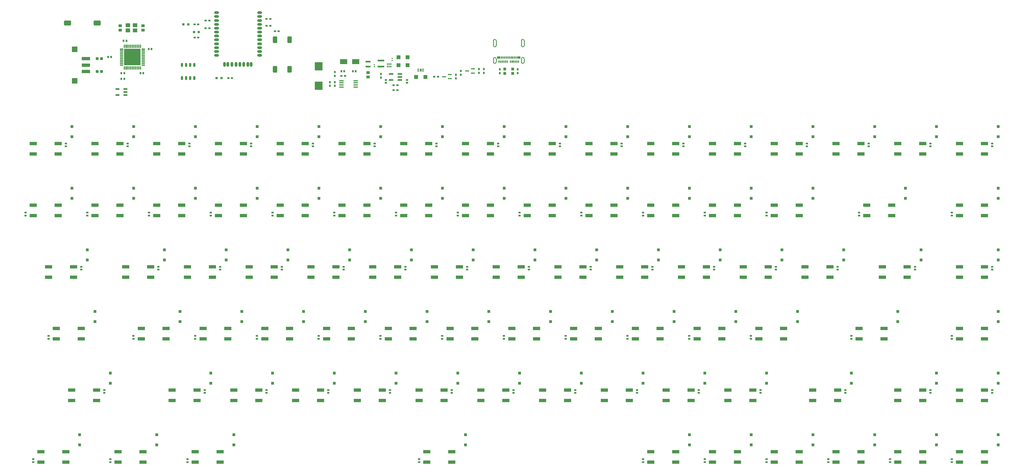
<source format=gbp>
G04*
G04 #@! TF.GenerationSoftware,Altium Limited,Altium Designer,19.0.15 (446)*
G04*
G04 Layer_Color=128*
%FSLAX44Y44*%
%MOMM*%
G71*
G01*
G75*
%ADD12C,0.2500*%
%ADD37R,1.3208X0.5588*%
%ADD38R,2.1804X1.5284*%
%ADD39R,0.3000X0.7000*%
%ADD40R,0.3000X0.4900*%
%ADD41R,0.3000X0.5200*%
G04:AMPARAMS|DCode=42|XSize=1.4mm|YSize=2.1mm|CornerRadius=0.35mm|HoleSize=0mm|Usage=FLASHONLY|Rotation=0.000|XOffset=0mm|YOffset=0mm|HoleType=Round|Shape=RoundedRectangle|*
%AMROUNDEDRECTD42*
21,1,1.4000,1.4000,0,0,0.0*
21,1,0.7000,2.1000,0,0,0.0*
1,1,0.7000,0.3500,-0.7000*
1,1,0.7000,-0.3500,-0.7000*
1,1,0.7000,-0.3500,0.7000*
1,1,0.7000,0.3500,0.7000*
%
%ADD42ROUNDEDRECTD42*%
%ADD43R,0.7500X0.6000*%
%ADD44R,0.8000X0.8000*%
%ADD45O,0.7600X1.2700*%
%ADD46O,1.5000X0.8000*%
%ADD47O,0.8000X1.5000*%
%ADD48R,1.2100X0.5900*%
%ADD49R,0.6000X0.6400*%
%ADD50R,1.0000X0.9000*%
%ADD51R,1.4000X1.2000*%
%ADD52R,5.0800X5.0800*%
%ADD53R,1.0000X0.3000*%
%ADD54R,0.3000X1.0000*%
%ADD55R,0.8500X0.9500*%
%ADD56R,2.5500X1.0000*%
%ADD57R,1.7000X1.7000*%
G04:AMPARAMS|DCode=58|XSize=1.6mm|YSize=2.19mm|CornerRadius=0.4mm|HoleSize=0mm|Usage=FLASHONLY|Rotation=270.000|XOffset=0mm|YOffset=0mm|HoleType=Round|Shape=RoundedRectangle|*
%AMROUNDEDRECTD58*
21,1,1.6000,1.3900,0,0,270.0*
21,1,0.8000,2.1900,0,0,270.0*
1,1,0.8000,-0.6950,-0.4000*
1,1,0.8000,-0.6950,0.4000*
1,1,0.8000,0.6950,0.4000*
1,1,0.8000,0.6950,-0.4000*
%
%ADD58ROUNDEDRECTD58*%
%ADD59R,0.3500X0.4000*%
%ADD60R,0.6000X0.7500*%
%ADD61R,1.6000X0.5000*%
%ADD62R,2.4500X2.5500*%
%ADD63R,1.3716X0.4572*%
%ADD64R,2.0000X0.6000*%
%ADD65R,1.1684X0.4572*%
%ADD66R,0.6400X0.6000*%
%ADD67R,1.2000X1.2000*%
%ADD68R,1.2000X1.2000*%
%ADD69R,0.5000X0.8100*%
%ADD70R,0.5500X0.3000*%
%ADD71R,0.1000X0.2000*%
%ADD72R,1.0000X0.7000*%
%ADD73R,0.9500X0.8500*%
%ADD74R,2.3000X1.0000*%
%ADD75R,0.9500X0.9000*%
D12*
X1662450Y1428250D02*
G03*
X1658200Y1424000I0J-4250D01*
G01*
X1666700D02*
G03*
X1662450Y1428250I-4250J0D01*
G01*
Y1404750D02*
G03*
X1666700Y1409000I0J4250D01*
G01*
X1658200D02*
G03*
X1662450Y1404750I4250J0D01*
G01*
X1576050Y1428250D02*
G03*
X1571800Y1424000I0J-4250D01*
G01*
X1580300D02*
G03*
X1576050Y1428250I-4250J0D01*
G01*
Y1404750D02*
G03*
X1580300Y1409000I0J4250D01*
G01*
X1571800D02*
G03*
X1576050Y1404750I4250J0D01*
G01*
X1662450Y1372150D02*
G03*
X1658200Y1367900I0J-4250D01*
G01*
X1666700D02*
G03*
X1662450Y1372150I-4250J0D01*
G01*
Y1353650D02*
G03*
X1666700Y1357900I0J4250D01*
G01*
X1658200D02*
G03*
X1662450Y1353650I4250J0D01*
G01*
X1576050Y1372150D02*
G03*
X1571800Y1367900I0J-4250D01*
G01*
X1580300D02*
G03*
X1576050Y1372150I-4250J0D01*
G01*
Y1353650D02*
G03*
X1580300Y1357900I0J4250D01*
G01*
X1571800D02*
G03*
X1576050Y1353650I4250J0D01*
G01*
X1658200Y1409000D02*
Y1424000D01*
X1666700Y1409000D02*
Y1424000D01*
X1571800Y1409000D02*
Y1424000D01*
X1580300Y1409000D02*
Y1424000D01*
X1658200Y1357900D02*
Y1367900D01*
X1666700Y1357900D02*
Y1367900D01*
X1571800Y1357900D02*
Y1367900D01*
X1580300Y1357900D02*
Y1367900D01*
D37*
X1283716Y1321448D02*
D03*
Y1312050D02*
D03*
Y1302652D02*
D03*
X1256284D02*
D03*
Y1321448D02*
D03*
D38*
X1110000Y1358900D02*
D03*
X1147144D02*
D03*
D39*
X1614250Y1358800D02*
D03*
X1624250D02*
D03*
X1621750Y1371800D02*
D03*
X1616750D02*
D03*
X1596750D02*
D03*
X1601750D02*
D03*
X1606750D02*
D03*
X1611750D02*
D03*
X1626750D02*
D03*
X1631750D02*
D03*
X1636750D02*
D03*
X1641750D02*
D03*
X1649250Y1358800D02*
D03*
X1644250D02*
D03*
X1639250D02*
D03*
X1634250D02*
D03*
X1629250D02*
D03*
X1609250D02*
D03*
X1604250D02*
D03*
X1599250D02*
D03*
X1594250D02*
D03*
X1589250D02*
D03*
D40*
X1245000Y1343900D02*
D03*
X1250000D02*
D03*
X1255000D02*
D03*
Y1351599D02*
D03*
X1250000D02*
D03*
D41*
X1245000D02*
D03*
D42*
X943000Y1335500D02*
D03*
X898000D02*
D03*
Y1426500D02*
D03*
X943000D02*
D03*
D43*
X898000Y1453500D02*
D03*
X909500D02*
D03*
X649750Y1433500D02*
D03*
X661250D02*
D03*
X649750Y1474500D02*
D03*
X661250D02*
D03*
X684000Y1462500D02*
D03*
X695500D02*
D03*
X684000Y1486500D02*
D03*
X695500D02*
D03*
X754000Y1308000D02*
D03*
X765500D02*
D03*
X883750Y1470000D02*
D03*
X872250D02*
D03*
X883750Y1491000D02*
D03*
X872250D02*
D03*
X1114402Y1315250D02*
D03*
X1102902D02*
D03*
X1401000Y1313000D02*
D03*
X1389500D02*
D03*
X1264250Y1286000D02*
D03*
X1275750D02*
D03*
Y1271000D02*
D03*
X1264250D02*
D03*
D44*
X630500Y1474500D02*
D03*
X615500D02*
D03*
X663000Y1450500D02*
D03*
X648000D02*
D03*
X718000Y1308000D02*
D03*
X733000D02*
D03*
D45*
X624150Y1349000D02*
D03*
X611450D02*
D03*
Y1308000D02*
D03*
X624150D02*
D03*
X649550Y1308000D02*
D03*
X636850D02*
D03*
X649550Y1349000D02*
D03*
X636850D02*
D03*
D46*
X850500Y1510500D02*
D03*
Y1498500D02*
D03*
Y1486500D02*
D03*
Y1474500D02*
D03*
Y1462500D02*
D03*
Y1450500D02*
D03*
Y1438500D02*
D03*
Y1426500D02*
D03*
Y1414500D02*
D03*
Y1402500D02*
D03*
Y1390500D02*
D03*
Y1378500D02*
D03*
X717500D02*
D03*
Y1390500D02*
D03*
Y1402500D02*
D03*
Y1414500D02*
D03*
Y1426500D02*
D03*
Y1438500D02*
D03*
Y1450500D02*
D03*
Y1462500D02*
D03*
Y1474500D02*
D03*
Y1486500D02*
D03*
Y1498500D02*
D03*
Y1510500D02*
D03*
D47*
X752500Y1350500D02*
D03*
X814500D02*
D03*
X765500D02*
D03*
X742500D02*
D03*
X789500D02*
D03*
X777500D02*
D03*
X824500D02*
D03*
X801500D02*
D03*
D48*
X437050Y1274500D02*
D03*
Y1265000D02*
D03*
Y1255500D02*
D03*
X411950D02*
D03*
Y1274500D02*
D03*
D49*
X424200Y1306000D02*
D03*
X433000D02*
D03*
X424200Y1323500D02*
D03*
X433000D02*
D03*
X431100Y1423500D02*
D03*
X439900D02*
D03*
X491800Y1323500D02*
D03*
X483000D02*
D03*
X517400Y1398500D02*
D03*
X508600D02*
D03*
X383600Y1373500D02*
D03*
X392400D02*
D03*
X1138298Y1329250D02*
D03*
X1147098D02*
D03*
X1111702D02*
D03*
X1102902D02*
D03*
D50*
X420500Y1470250D02*
D03*
Y1456750D02*
D03*
X490500D02*
D03*
Y1470250D02*
D03*
X1184850Y1325500D02*
D03*
Y1311999D02*
D03*
D51*
X444500Y1471500D02*
D03*
Y1455500D02*
D03*
X466500Y1471500D02*
D03*
Y1455500D02*
D03*
D52*
X458000Y1373500D02*
D03*
D53*
X424500Y1348500D02*
D03*
Y1353500D02*
D03*
Y1358500D02*
D03*
Y1363500D02*
D03*
Y1368500D02*
D03*
Y1373500D02*
D03*
Y1378500D02*
D03*
Y1383500D02*
D03*
Y1388500D02*
D03*
Y1393500D02*
D03*
Y1398500D02*
D03*
X491500D02*
D03*
Y1393500D02*
D03*
Y1388500D02*
D03*
Y1383500D02*
D03*
Y1378500D02*
D03*
Y1373500D02*
D03*
Y1368500D02*
D03*
Y1363500D02*
D03*
Y1358500D02*
D03*
Y1353500D02*
D03*
Y1348500D02*
D03*
D54*
X433000Y1407000D02*
D03*
X438000D02*
D03*
X443000D02*
D03*
X448000D02*
D03*
X453000D02*
D03*
X458000D02*
D03*
X463000D02*
D03*
X468000D02*
D03*
X473000D02*
D03*
X478000D02*
D03*
X483000D02*
D03*
Y1340000D02*
D03*
X478000D02*
D03*
X473000D02*
D03*
X468000D02*
D03*
X463000D02*
D03*
X458000D02*
D03*
X453000D02*
D03*
X448000D02*
D03*
X443000D02*
D03*
X438000D02*
D03*
X433000D02*
D03*
D55*
X362655Y1328500D02*
D03*
X349655D02*
D03*
X362655Y1368500D02*
D03*
X349655D02*
D03*
D56*
X314400D02*
D03*
Y1348500D02*
D03*
Y1328500D02*
D03*
D57*
X279650Y1299500D02*
D03*
Y1397500D02*
D03*
D58*
X257705Y1478500D02*
D03*
X349605D02*
D03*
D59*
X1205000Y1350100D02*
D03*
Y1343900D02*
D03*
X1260000Y1368950D02*
D03*
Y1362750D02*
D03*
D60*
X1082500Y1284500D02*
D03*
Y1295999D02*
D03*
X1067500D02*
D03*
Y1284500D02*
D03*
X1082500Y1315250D02*
D03*
Y1326750D02*
D03*
X1456000Y1307250D02*
D03*
Y1318750D02*
D03*
X1225000Y1321448D02*
D03*
Y1309948D02*
D03*
X1471000Y1318750D02*
D03*
Y1330250D02*
D03*
X1542500Y1336000D02*
D03*
Y1324500D02*
D03*
X1527500D02*
D03*
Y1336000D02*
D03*
X1591750Y1335250D02*
D03*
Y1323750D02*
D03*
X1646750Y1335250D02*
D03*
Y1323750D02*
D03*
D61*
X1184850Y1358900D02*
D03*
Y1343900D02*
D03*
D62*
X1032500Y1345000D02*
D03*
Y1284500D02*
D03*
D63*
X1102902Y1280598D02*
D03*
Y1286948D02*
D03*
Y1293552D02*
D03*
Y1299902D02*
D03*
X1147098D02*
D03*
Y1293552D02*
D03*
Y1286948D02*
D03*
Y1280598D02*
D03*
D64*
X1225000Y1362899D02*
D03*
Y1343900D02*
D03*
D65*
X1420094Y1313000D02*
D03*
X1437620Y1306500D02*
D03*
Y1319500D02*
D03*
X1490954Y1330250D02*
D03*
X1508480Y1323749D02*
D03*
Y1336750D02*
D03*
D66*
X1305000Y1293852D02*
D03*
Y1302652D02*
D03*
X1240000Y1293852D02*
D03*
Y1302652D02*
D03*
X152000Y121500D02*
D03*
Y130300D02*
D03*
X2033190Y121500D02*
D03*
Y130300D02*
D03*
X1342630Y121500D02*
D03*
Y130300D02*
D03*
X628250Y121500D02*
D03*
Y130300D02*
D03*
X390130Y121500D02*
D03*
Y130300D02*
D03*
X2414190Y121500D02*
D03*
Y130300D02*
D03*
X2223690Y121500D02*
D03*
Y130300D02*
D03*
X2604690Y121500D02*
D03*
Y130300D02*
D03*
X2985690Y121500D02*
D03*
Y130300D02*
D03*
X2795190Y121500D02*
D03*
Y130300D02*
D03*
X2657870Y344000D02*
D03*
Y335200D02*
D03*
X2919810Y344000D02*
D03*
Y335200D02*
D03*
X3110310Y344000D02*
D03*
Y335200D02*
D03*
X2014930Y344000D02*
D03*
Y335200D02*
D03*
X2205430Y344000D02*
D03*
Y335200D02*
D03*
X2395930Y344000D02*
D03*
Y335200D02*
D03*
X1443430Y344000D02*
D03*
Y335200D02*
D03*
X1633930Y344000D02*
D03*
Y335200D02*
D03*
X1824430Y344000D02*
D03*
Y335200D02*
D03*
X1252930Y344000D02*
D03*
Y335200D02*
D03*
X871930Y344000D02*
D03*
Y335200D02*
D03*
X199630Y502500D02*
D03*
Y511300D02*
D03*
X371870Y344000D02*
D03*
Y335200D02*
D03*
X681430Y344000D02*
D03*
Y335200D02*
D03*
X1033070Y502500D02*
D03*
Y511300D02*
D03*
X842570Y502500D02*
D03*
Y511300D02*
D03*
X652070Y502500D02*
D03*
Y511300D02*
D03*
X461570Y502500D02*
D03*
Y511300D02*
D03*
X1604570Y502500D02*
D03*
Y511300D02*
D03*
X1414070Y502500D02*
D03*
Y511300D02*
D03*
X1223570Y502500D02*
D03*
Y511300D02*
D03*
X1795070Y502500D02*
D03*
Y511300D02*
D03*
X1985570Y502500D02*
D03*
Y511300D02*
D03*
X2176070Y502500D02*
D03*
Y511300D02*
D03*
X2985690Y502500D02*
D03*
Y511300D02*
D03*
X2676130Y502500D02*
D03*
Y511300D02*
D03*
X2366570Y502500D02*
D03*
Y511300D02*
D03*
X2443560Y725000D02*
D03*
Y716200D02*
D03*
X2634060Y725000D02*
D03*
Y716200D02*
D03*
X2872190Y725000D02*
D03*
Y716200D02*
D03*
X3110310Y725000D02*
D03*
Y716200D02*
D03*
X1872060Y725000D02*
D03*
Y716200D02*
D03*
X2062560Y725000D02*
D03*
Y716200D02*
D03*
X2253060Y725000D02*
D03*
Y716200D02*
D03*
X919560Y725000D02*
D03*
Y716200D02*
D03*
X1110060Y725000D02*
D03*
Y716200D02*
D03*
X1300560Y725000D02*
D03*
Y716200D02*
D03*
X1491060Y725000D02*
D03*
Y716200D02*
D03*
X1681560Y725000D02*
D03*
Y716200D02*
D03*
X729060Y725000D02*
D03*
Y716200D02*
D03*
X128190Y883500D02*
D03*
Y892300D02*
D03*
X300430Y725000D02*
D03*
Y716200D02*
D03*
X538560Y725000D02*
D03*
Y716200D02*
D03*
X699690Y883500D02*
D03*
Y892300D02*
D03*
X509190Y883500D02*
D03*
Y892300D02*
D03*
X318690Y883500D02*
D03*
Y892300D02*
D03*
X1271190Y883500D02*
D03*
Y892300D02*
D03*
X1080690Y883500D02*
D03*
Y892300D02*
D03*
X890190Y883500D02*
D03*
Y892300D02*
D03*
X2033190Y883500D02*
D03*
Y892300D02*
D03*
X1842690Y883500D02*
D03*
Y892300D02*
D03*
X1652190Y883500D02*
D03*
Y892300D02*
D03*
X1461690Y883500D02*
D03*
Y892300D02*
D03*
X2699940Y883500D02*
D03*
Y892300D02*
D03*
X2414190Y883500D02*
D03*
Y892300D02*
D03*
X2223690Y883500D02*
D03*
Y892300D02*
D03*
X2985690Y883500D02*
D03*
Y892300D02*
D03*
X2729310Y1106000D02*
D03*
Y1097200D02*
D03*
X2919810Y1106000D02*
D03*
Y1097200D02*
D03*
X3110310Y1106000D02*
D03*
Y1097200D02*
D03*
X2157810Y1106000D02*
D03*
Y1097200D02*
D03*
X2348310Y1106000D02*
D03*
Y1097200D02*
D03*
X2538810Y1106000D02*
D03*
Y1097200D02*
D03*
X1586310Y1106000D02*
D03*
Y1097200D02*
D03*
X1776810Y1106000D02*
D03*
Y1097200D02*
D03*
X1967310Y1106000D02*
D03*
Y1097200D02*
D03*
X824310Y1106000D02*
D03*
Y1097200D02*
D03*
X1014810Y1106000D02*
D03*
Y1097200D02*
D03*
X1205310Y1106000D02*
D03*
Y1097200D02*
D03*
X1395810Y1106000D02*
D03*
Y1097200D02*
D03*
X443310Y1106000D02*
D03*
Y1097200D02*
D03*
X633810Y1106000D02*
D03*
Y1097200D02*
D03*
X252812Y1106000D02*
D03*
Y1097200D02*
D03*
X1062430Y335200D02*
D03*
Y344000D02*
D03*
D67*
X1361800Y1312050D02*
D03*
X1278780Y1372750D02*
D03*
Y1347750D02*
D03*
D68*
X1333200Y1312050D02*
D03*
X1307380Y1372750D02*
D03*
Y1347750D02*
D03*
D69*
X1347500Y1332750D02*
D03*
D70*
X1354750Y1335250D02*
D03*
Y1330250D02*
D03*
X1340000Y1335250D02*
D03*
Y1330250D02*
D03*
D71*
X1666250Y1416500D02*
D03*
X1572250D02*
D03*
X1658250Y1362500D02*
D03*
X1572250D02*
D03*
D72*
X1588250Y1371800D02*
D03*
X1650250D02*
D03*
D73*
X1606750Y1336000D02*
D03*
Y1323000D02*
D03*
X1631750Y1336000D02*
D03*
Y1323000D02*
D03*
D74*
X252812Y153500D02*
D03*
X175813D02*
D03*
X252812Y121500D02*
D03*
X175813D02*
D03*
X490935Y153500D02*
D03*
X413935D02*
D03*
X490935Y121500D02*
D03*
X413935D02*
D03*
X729060Y153500D02*
D03*
X652060D02*
D03*
X729060Y121500D02*
D03*
X652060D02*
D03*
X1443435Y153500D02*
D03*
X1366435D02*
D03*
X1443435Y121500D02*
D03*
X1366435D02*
D03*
X2134002Y153500D02*
D03*
X2057003D02*
D03*
X2134002Y121500D02*
D03*
X2057003D02*
D03*
X2324500Y153500D02*
D03*
X2247500D02*
D03*
X2324500Y121500D02*
D03*
X2247500D02*
D03*
X2515000Y153500D02*
D03*
X2438000D02*
D03*
X2515000Y121500D02*
D03*
X2438000D02*
D03*
X2705500Y153500D02*
D03*
X2628500D02*
D03*
X2705500Y121500D02*
D03*
X2628500D02*
D03*
X961620Y312000D02*
D03*
X1038620D02*
D03*
X961620Y344000D02*
D03*
X1038620D02*
D03*
X2557060Y312000D02*
D03*
X2634060D02*
D03*
X2557060Y344000D02*
D03*
X2634060D02*
D03*
X2295120Y312000D02*
D03*
X2372120D02*
D03*
X2295120Y344000D02*
D03*
X2372120D02*
D03*
X2104620Y312000D02*
D03*
X2181620D02*
D03*
X2104620Y344000D02*
D03*
X2181620D02*
D03*
X1914120Y312000D02*
D03*
X1991120D02*
D03*
X1914120Y344000D02*
D03*
X1991120D02*
D03*
X1723620Y312000D02*
D03*
X1800620D02*
D03*
X1723620Y344000D02*
D03*
X1800620D02*
D03*
X2896000Y153500D02*
D03*
X2819000D02*
D03*
X2896000Y121500D02*
D03*
X2819000D02*
D03*
X3086500Y153500D02*
D03*
X3009500D02*
D03*
X3086500Y121500D02*
D03*
X3009500D02*
D03*
Y312000D02*
D03*
X3086500D02*
D03*
X3009500Y344000D02*
D03*
X3086500D02*
D03*
X2819000Y312000D02*
D03*
X2896000D02*
D03*
X2819000Y344000D02*
D03*
X2896000D02*
D03*
X1533120Y312000D02*
D03*
X1610120D02*
D03*
X1533120Y344000D02*
D03*
X1610120D02*
D03*
X1342620Y312000D02*
D03*
X1419620D02*
D03*
X1342620Y344000D02*
D03*
X1419620D02*
D03*
X1152120Y312000D02*
D03*
X1229120D02*
D03*
X1152120Y344000D02*
D03*
X1229120D02*
D03*
X1895880Y534500D02*
D03*
X1818880D02*
D03*
X1895880Y502500D02*
D03*
X1818880D02*
D03*
X771120Y312000D02*
D03*
X848120D02*
D03*
X771120Y344000D02*
D03*
X848120D02*
D03*
X271063Y312000D02*
D03*
X348062D02*
D03*
X271063Y344000D02*
D03*
X348062D02*
D03*
X580623Y312000D02*
D03*
X657623D02*
D03*
X580623Y344000D02*
D03*
X657623D02*
D03*
X1324380Y534500D02*
D03*
X1247380D02*
D03*
X1324380Y502500D02*
D03*
X1247380D02*
D03*
X1133880Y534500D02*
D03*
X1056880D02*
D03*
X1133880Y502500D02*
D03*
X1056880D02*
D03*
X943380Y534500D02*
D03*
X866380D02*
D03*
X943380Y502500D02*
D03*
X866380D02*
D03*
X1705380Y534500D02*
D03*
X1628380D02*
D03*
X1705380Y502500D02*
D03*
X1628380D02*
D03*
X1514880Y534500D02*
D03*
X1437880D02*
D03*
X1514880Y502500D02*
D03*
X1437880D02*
D03*
X752880Y534500D02*
D03*
X675880D02*
D03*
X752880Y502500D02*
D03*
X675880D02*
D03*
X562380Y534500D02*
D03*
X485380D02*
D03*
X562380Y502500D02*
D03*
X485380D02*
D03*
X300437Y534500D02*
D03*
X223438D02*
D03*
X300437Y502500D02*
D03*
X223438D02*
D03*
X2086380Y534500D02*
D03*
X2009380D02*
D03*
X2086380Y502500D02*
D03*
X2009380D02*
D03*
X2467380Y534500D02*
D03*
X2390380D02*
D03*
X2467380Y502500D02*
D03*
X2390380D02*
D03*
X2276880Y534500D02*
D03*
X2199880D02*
D03*
X2276880Y502500D02*
D03*
X2199880D02*
D03*
X2776942Y534500D02*
D03*
X2699942D02*
D03*
X2776942Y502500D02*
D03*
X2699942D02*
D03*
X3086500Y534500D02*
D03*
X3009500D02*
D03*
X3086500Y502500D02*
D03*
X3009500D02*
D03*
Y693000D02*
D03*
X3086500D02*
D03*
X3009500Y725000D02*
D03*
X3086500D02*
D03*
X2771380Y693000D02*
D03*
X2848380D02*
D03*
X2771380Y725000D02*
D03*
X2848380D02*
D03*
X2533250Y693000D02*
D03*
X2610250D02*
D03*
X2533250Y725000D02*
D03*
X2610250D02*
D03*
X1771250Y693000D02*
D03*
X1848250D02*
D03*
X1771250Y725000D02*
D03*
X1848250D02*
D03*
X1580750Y693000D02*
D03*
X1657750D02*
D03*
X1580750Y725000D02*
D03*
X1657750D02*
D03*
X1390250Y693000D02*
D03*
X1467250D02*
D03*
X1390250Y725000D02*
D03*
X1467250D02*
D03*
X628250Y693000D02*
D03*
X705250D02*
D03*
X628250Y725000D02*
D03*
X705250D02*
D03*
X1199750Y693000D02*
D03*
X1276750D02*
D03*
X1199750Y725000D02*
D03*
X1276750D02*
D03*
X1009250Y693000D02*
D03*
X1086250D02*
D03*
X1009250Y725000D02*
D03*
X1086250D02*
D03*
X818750Y693000D02*
D03*
X895750D02*
D03*
X818750Y725000D02*
D03*
X895750D02*
D03*
X2342750Y693000D02*
D03*
X2419750D02*
D03*
X2342750Y725000D02*
D03*
X2419750D02*
D03*
X2152250Y693000D02*
D03*
X2229250D02*
D03*
X2152250Y725000D02*
D03*
X2229250D02*
D03*
X1961750Y693000D02*
D03*
X2038750D02*
D03*
X1961750Y725000D02*
D03*
X2038750D02*
D03*
X2134002Y915500D02*
D03*
X2057003D02*
D03*
X2134002Y883500D02*
D03*
X2057003D02*
D03*
X2800750Y915500D02*
D03*
X2723750D02*
D03*
X2800750Y883500D02*
D03*
X2723750D02*
D03*
X437750Y693000D02*
D03*
X514750D02*
D03*
X437750Y725000D02*
D03*
X514750D02*
D03*
X229000Y915500D02*
D03*
X152000D02*
D03*
X229000Y883500D02*
D03*
X152000D02*
D03*
X199625Y693000D02*
D03*
X276625D02*
D03*
X199625Y725000D02*
D03*
X276625D02*
D03*
X419500Y915500D02*
D03*
X342500D02*
D03*
X419500Y883500D02*
D03*
X342500D02*
D03*
X991000Y915500D02*
D03*
X914000D02*
D03*
X991000Y883500D02*
D03*
X914000D02*
D03*
X800500Y915500D02*
D03*
X723500D02*
D03*
X800500Y883500D02*
D03*
X723500D02*
D03*
X610000Y915500D02*
D03*
X533000D02*
D03*
X610000Y883500D02*
D03*
X533000D02*
D03*
X1562500Y915500D02*
D03*
X1485500D02*
D03*
X1562500Y883500D02*
D03*
X1485500D02*
D03*
X1753000Y915500D02*
D03*
X1676000D02*
D03*
X1753000Y883500D02*
D03*
X1676000D02*
D03*
X2515000Y915500D02*
D03*
X2438000D02*
D03*
X2515000Y883500D02*
D03*
X2438000D02*
D03*
X3086500Y915500D02*
D03*
X3009500D02*
D03*
X3086500Y883500D02*
D03*
X3009500D02*
D03*
X2324500Y915500D02*
D03*
X2247500D02*
D03*
X2324500Y883500D02*
D03*
X2247500D02*
D03*
X1943500Y915500D02*
D03*
X1866500D02*
D03*
X1943500Y883500D02*
D03*
X1866500D02*
D03*
X1372000Y915500D02*
D03*
X1295000D02*
D03*
X1372000Y883500D02*
D03*
X1295000D02*
D03*
X1181500Y915500D02*
D03*
X1104500D02*
D03*
X1181500Y883500D02*
D03*
X1104500D02*
D03*
X2819000Y1074000D02*
D03*
X2896000D02*
D03*
X2819000Y1106000D02*
D03*
X2896000D02*
D03*
X2438000Y1074000D02*
D03*
X2515000D02*
D03*
X2438000Y1106000D02*
D03*
X2515000D02*
D03*
X914000Y1074000D02*
D03*
X991000D02*
D03*
X914000Y1106000D02*
D03*
X991000D02*
D03*
X2247500Y1074000D02*
D03*
X2324500D02*
D03*
X2247500Y1106000D02*
D03*
X2324500D02*
D03*
X1866500Y1074000D02*
D03*
X1943500D02*
D03*
X1866500Y1106000D02*
D03*
X1943500D02*
D03*
X2057000Y1074000D02*
D03*
X2134000D02*
D03*
X2057000Y1106000D02*
D03*
X2134000D02*
D03*
X1104500Y1074000D02*
D03*
X1181500D02*
D03*
X1104500Y1106000D02*
D03*
X1181500D02*
D03*
X1485500Y1074000D02*
D03*
X1562500D02*
D03*
X1485500Y1106000D02*
D03*
X1562500D02*
D03*
X723500Y1074000D02*
D03*
X800500D02*
D03*
X723500Y1106000D02*
D03*
X800500D02*
D03*
X342500Y1074000D02*
D03*
X419500D02*
D03*
X342500Y1106000D02*
D03*
X419500D02*
D03*
X3009500Y1074000D02*
D03*
X3086500D02*
D03*
X3009500Y1106000D02*
D03*
X3086500D02*
D03*
X2628500Y1074000D02*
D03*
X2705500D02*
D03*
X2628500Y1106000D02*
D03*
X2705500D02*
D03*
X1676000Y1074000D02*
D03*
X1753000D02*
D03*
X1676000Y1106000D02*
D03*
X1753000D02*
D03*
X1295000Y1074000D02*
D03*
X1372000D02*
D03*
X1295000Y1106000D02*
D03*
X1372000D02*
D03*
X533000Y1074000D02*
D03*
X610000D02*
D03*
X533000Y1106000D02*
D03*
X610000D02*
D03*
X152000Y1074000D02*
D03*
X229000D02*
D03*
X152000Y1106000D02*
D03*
X229000D02*
D03*
D75*
X2224090Y365250D02*
D03*
Y396750D02*
D03*
X2938465Y365250D02*
D03*
Y396750D02*
D03*
X2676520Y365250D02*
D03*
Y396750D02*
D03*
X1462090Y365250D02*
D03*
Y396750D02*
D03*
X1081090Y365250D02*
D03*
Y396750D02*
D03*
X700090Y365250D02*
D03*
Y396750D02*
D03*
X1843090Y365250D02*
D03*
Y396750D02*
D03*
X3128960Y365250D02*
D03*
Y396750D02*
D03*
X2414590Y365250D02*
D03*
Y396750D02*
D03*
X390520Y365250D02*
D03*
Y396750D02*
D03*
X1652590Y365250D02*
D03*
Y396750D02*
D03*
X1271590Y365250D02*
D03*
Y396750D02*
D03*
X2033590Y365250D02*
D03*
Y396750D02*
D03*
X890590Y365250D02*
D03*
Y396750D02*
D03*
X1747840Y555750D02*
D03*
Y587250D02*
D03*
X2509840Y555750D02*
D03*
Y587250D02*
D03*
X2128840Y555750D02*
D03*
Y587250D02*
D03*
X604840Y555750D02*
D03*
Y587250D02*
D03*
X1366840Y555750D02*
D03*
Y587250D02*
D03*
X985840Y555750D02*
D03*
Y587250D02*
D03*
X842960Y936750D02*
D03*
Y968250D02*
D03*
X461960Y936750D02*
D03*
Y968250D02*
D03*
X2938460Y174750D02*
D03*
Y206250D02*
D03*
X2557470Y174750D02*
D03*
Y206250D02*
D03*
X2176470Y174750D02*
D03*
Y206250D02*
D03*
X1485910Y174750D02*
D03*
Y206250D02*
D03*
X771520Y174750D02*
D03*
Y206250D02*
D03*
X295270Y174750D02*
D03*
Y206250D02*
D03*
X3128960Y174750D02*
D03*
Y206250D02*
D03*
X2747957Y174750D02*
D03*
Y206250D02*
D03*
X2366960Y174750D02*
D03*
Y206250D02*
D03*
X533400Y174750D02*
D03*
Y206250D02*
D03*
X2319340Y555750D02*
D03*
Y587250D02*
D03*
X1938340Y555750D02*
D03*
Y587250D02*
D03*
X1557340Y555750D02*
D03*
Y587250D02*
D03*
X1176340Y555750D02*
D03*
Y587250D02*
D03*
X795340Y555750D02*
D03*
Y587250D02*
D03*
X342900Y555750D02*
D03*
Y587250D02*
D03*
X3128960Y555750D02*
D03*
Y587250D02*
D03*
X2819400Y555750D02*
D03*
Y587250D02*
D03*
X2462210Y746250D02*
D03*
Y777750D02*
D03*
X1128710Y746250D02*
D03*
Y777750D02*
D03*
X747710Y746250D02*
D03*
Y777750D02*
D03*
X1890710Y746250D02*
D03*
Y777750D02*
D03*
X1509710Y746250D02*
D03*
Y777750D02*
D03*
X319080Y746250D02*
D03*
Y777750D02*
D03*
X1700210Y746250D02*
D03*
Y777750D02*
D03*
X1319210Y746250D02*
D03*
Y777750D02*
D03*
X3128960Y746250D02*
D03*
Y777750D02*
D03*
X557210Y746250D02*
D03*
Y777750D02*
D03*
X2081210Y746250D02*
D03*
Y777750D02*
D03*
X2271710Y746250D02*
D03*
Y777750D02*
D03*
X2890840Y746250D02*
D03*
Y777750D02*
D03*
X938210Y746250D02*
D03*
Y777750D02*
D03*
X2652710Y746250D02*
D03*
Y777750D02*
D03*
X1795460Y936750D02*
D03*
Y968250D02*
D03*
X2557460Y936750D02*
D03*
Y968250D02*
D03*
X2176460Y936750D02*
D03*
Y968250D02*
D03*
X652460Y936750D02*
D03*
Y968250D02*
D03*
X1414460Y936750D02*
D03*
Y968250D02*
D03*
X1033460Y936750D02*
D03*
Y968250D02*
D03*
X2366960Y936750D02*
D03*
Y968250D02*
D03*
X2843210Y936750D02*
D03*
Y968250D02*
D03*
X3128960Y936750D02*
D03*
Y968250D02*
D03*
X1223960Y936750D02*
D03*
Y968250D02*
D03*
X271462Y936750D02*
D03*
Y968250D02*
D03*
X1985960Y936750D02*
D03*
Y968250D02*
D03*
X1604960Y936750D02*
D03*
Y968250D02*
D03*
X2557460Y1127250D02*
D03*
Y1158750D02*
D03*
X1795460Y1127250D02*
D03*
Y1158750D02*
D03*
X2938460Y1127250D02*
D03*
Y1158750D02*
D03*
X1414460Y1127250D02*
D03*
Y1158750D02*
D03*
X2176460Y1127250D02*
D03*
Y1158750D02*
D03*
X1033460Y1127250D02*
D03*
Y1158750D02*
D03*
X652460Y1127250D02*
D03*
Y1158750D02*
D03*
X1985960Y1127250D02*
D03*
Y1158750D02*
D03*
X2747960Y1127250D02*
D03*
Y1158750D02*
D03*
X2366960Y1127250D02*
D03*
Y1158750D02*
D03*
X3128960Y1127250D02*
D03*
Y1158750D02*
D03*
X461960Y1127250D02*
D03*
Y1158750D02*
D03*
X1223960Y1127250D02*
D03*
Y1158750D02*
D03*
X1604960Y1127250D02*
D03*
Y1158750D02*
D03*
X842960Y1127250D02*
D03*
Y1158750D02*
D03*
X271462Y1127250D02*
D03*
Y1158750D02*
D03*
M02*

</source>
